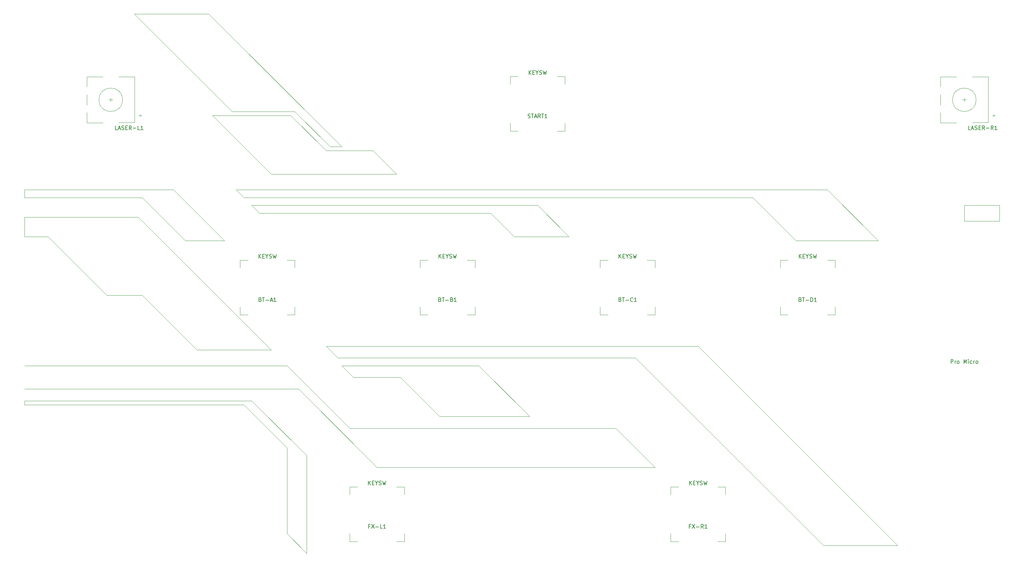
<source format=gbr>
%TF.GenerationSoftware,KiCad,Pcbnew,(5.1.9)-1*%
%TF.CreationDate,2021-02-02T18:21:00+08:00*%
%TF.ProjectId,Overdrive,4f766572-6472-4697-9665-2e6b69636164,rev?*%
%TF.SameCoordinates,Original*%
%TF.FileFunction,Legend,Top*%
%TF.FilePolarity,Positive*%
%FSLAX46Y46*%
G04 Gerber Fmt 4.6, Leading zero omitted, Abs format (unit mm)*
G04 Created by KiCad (PCBNEW (5.1.9)-1) date 2021-02-02 18:21:00*
%MOMM*%
%LPD*%
G01*
G04 APERTURE LIST*
%ADD10C,0.120000*%
%ADD11C,0.150000*%
G04 APERTURE END LIST*
D10*
X69000000Y-25000000D02*
X53000000Y-25000000D01*
X78000000Y-34000000D02*
X69000000Y-25000000D01*
X81000000Y-34000000D02*
X78000000Y-34000000D01*
X47000000Y0D02*
X81000000Y-34000000D01*
X28000000Y0D02*
X47000000Y0D01*
X53000000Y-25000000D02*
X28000000Y0D01*
X68000000Y-26000000D02*
X48000000Y-26000000D01*
X77000000Y-35000000D02*
X68000000Y-26000000D01*
X89000000Y-35000000D02*
X77000000Y-35000000D01*
X95000000Y-41000000D02*
X89000000Y-35000000D01*
X63000000Y-41000000D02*
X95000000Y-41000000D01*
X48000000Y-26000000D02*
X63000000Y-41000000D01*
X60000000Y-51000000D02*
X58000000Y-49000000D01*
X61000000Y-51000000D02*
X60000000Y-51000000D01*
X119000000Y-51000000D02*
X61000000Y-51000000D01*
X125000000Y-57000000D02*
X119000000Y-51000000D01*
X139000000Y-57000000D02*
X125000000Y-57000000D01*
X131000000Y-49000000D02*
X139000000Y-57000000D01*
X58000000Y-49000000D02*
X131000000Y-49000000D01*
X56000000Y-47000000D02*
X54000000Y-45000000D01*
X186000000Y-47000000D02*
X56000000Y-47000000D01*
X197000000Y-58000000D02*
X186000000Y-47000000D01*
X218000000Y-58000000D02*
X197000000Y-58000000D01*
X205000000Y-45000000D02*
X218000000Y-58000000D01*
X197000000Y-45000000D02*
X205000000Y-45000000D01*
X54000000Y-45000000D02*
X197000000Y-45000000D01*
X84000000Y-93000000D02*
X81000000Y-90000000D01*
X85000000Y-93000000D02*
X84000000Y-93000000D01*
X96000000Y-93000000D02*
X85000000Y-93000000D01*
X106000000Y-103000000D02*
X96000000Y-93000000D01*
X120000000Y-103000000D02*
X106000000Y-103000000D01*
X129000000Y-103000000D02*
X120000000Y-103000000D01*
X116000000Y-90000000D02*
X129000000Y-103000000D01*
X81000000Y-90000000D02*
X116000000Y-90000000D01*
X80000000Y-88000000D02*
X77000000Y-85000000D01*
X85000000Y-88000000D02*
X80000000Y-88000000D01*
X156000000Y-88000000D02*
X85000000Y-88000000D01*
X204000000Y-136000000D02*
X156000000Y-88000000D01*
X223000000Y-136000000D02*
X204000000Y-136000000D01*
X172000000Y-85000000D02*
X223000000Y-136000000D01*
X77000000Y-85000000D02*
X172000000Y-85000000D01*
X0Y-57000000D02*
X0Y-52000000D01*
X6000000Y-57000000D02*
X0Y-57000000D01*
X21000000Y-72000000D02*
X6000000Y-57000000D01*
X30000000Y-72000000D02*
X21000000Y-72000000D01*
X44000000Y-86000000D02*
X30000000Y-72000000D01*
X63000000Y-86000000D02*
X44000000Y-86000000D01*
X29000000Y-52000000D02*
X63000000Y-86000000D01*
X0Y-52000000D02*
X29000000Y-52000000D01*
X0Y-47000000D02*
X0Y-45000000D01*
X30000000Y-47000000D02*
X0Y-47000000D01*
X41000000Y-58000000D02*
X30000000Y-47000000D01*
X51000000Y-58000000D02*
X41000000Y-58000000D01*
X38000000Y-45000000D02*
X51000000Y-58000000D01*
X0Y-45000000D02*
X38000000Y-45000000D01*
X0Y-100000000D02*
X0Y-99000000D01*
X56000000Y-100000000D02*
X0Y-100000000D01*
X67000000Y-111000000D02*
X56000000Y-100000000D01*
X67000000Y-133000000D02*
X67000000Y-111000000D01*
X72000000Y-138000000D02*
X67000000Y-133000000D01*
X72000000Y-113000000D02*
X72000000Y-138000000D01*
X58000000Y-99000000D02*
X72000000Y-113000000D01*
X0Y-99000000D02*
X58000000Y-99000000D01*
X151000000Y-106000000D02*
X140000000Y-106000000D01*
X161000000Y-116000000D02*
X151000000Y-106000000D01*
X90000000Y-116000000D02*
X161000000Y-116000000D01*
X70000000Y-96000000D02*
X90000000Y-116000000D01*
X0Y-96000000D02*
X70000000Y-96000000D01*
X83000000Y-106000000D02*
X140000000Y-106000000D01*
X67000000Y-90000000D02*
X83000000Y-106000000D01*
X0Y-90000000D02*
X67000000Y-90000000D01*
D11*
X236595238Y-89452380D02*
X236595238Y-88452380D01*
X236976190Y-88452380D01*
X237071428Y-88500000D01*
X237119047Y-88547619D01*
X237166666Y-88642857D01*
X237166666Y-88785714D01*
X237119047Y-88880952D01*
X237071428Y-88928571D01*
X236976190Y-88976190D01*
X236595238Y-88976190D01*
X237595238Y-89452380D02*
X237595238Y-88785714D01*
X237595238Y-88976190D02*
X237642857Y-88880952D01*
X237690476Y-88833333D01*
X237785714Y-88785714D01*
X237880952Y-88785714D01*
X238357142Y-89452380D02*
X238261904Y-89404761D01*
X238214285Y-89357142D01*
X238166666Y-89261904D01*
X238166666Y-88976190D01*
X238214285Y-88880952D01*
X238261904Y-88833333D01*
X238357142Y-88785714D01*
X238500000Y-88785714D01*
X238595238Y-88833333D01*
X238642857Y-88880952D01*
X238690476Y-88976190D01*
X238690476Y-89261904D01*
X238642857Y-89357142D01*
X238595238Y-89404761D01*
X238500000Y-89452380D01*
X238357142Y-89452380D01*
X239880952Y-89452380D02*
X239880952Y-88452380D01*
X240214285Y-89166666D01*
X240547619Y-88452380D01*
X240547619Y-89452380D01*
X241023809Y-89452380D02*
X241023809Y-88785714D01*
X241023809Y-88452380D02*
X240976190Y-88500000D01*
X241023809Y-88547619D01*
X241071428Y-88500000D01*
X241023809Y-88452380D01*
X241023809Y-88547619D01*
X241928571Y-89404761D02*
X241833333Y-89452380D01*
X241642857Y-89452380D01*
X241547619Y-89404761D01*
X241500000Y-89357142D01*
X241452380Y-89261904D01*
X241452380Y-88976190D01*
X241500000Y-88880952D01*
X241547619Y-88833333D01*
X241642857Y-88785714D01*
X241833333Y-88785714D01*
X241928571Y-88833333D01*
X242357142Y-89452380D02*
X242357142Y-88785714D01*
X242357142Y-88976190D02*
X242404761Y-88880952D01*
X242452380Y-88833333D01*
X242547619Y-88785714D01*
X242642857Y-88785714D01*
X243119047Y-89452380D02*
X243023809Y-89404761D01*
X242976190Y-89357142D01*
X242928571Y-89261904D01*
X242928571Y-88976190D01*
X242976190Y-88880952D01*
X243023809Y-88833333D01*
X243119047Y-88785714D01*
X243261904Y-88785714D01*
X243357142Y-88833333D01*
X243404761Y-88880952D01*
X243452380Y-88976190D01*
X243452380Y-89261904D01*
X243404761Y-89357142D01*
X243357142Y-89404761D01*
X243261904Y-89452380D01*
X243119047Y-89452380D01*
D10*
X240000000Y-49000000D02*
X240000000Y-53000000D01*
X249000000Y-49000000D02*
X240000000Y-49000000D01*
X249000000Y-53000000D02*
X249000000Y-49000000D01*
X240000000Y-53000000D02*
X249000000Y-53000000D01*
X138000000Y-16000000D02*
X136000000Y-16000000D01*
X138000000Y-18000000D02*
X138000000Y-16000000D01*
X138000000Y-30000000D02*
X138000000Y-28000000D01*
X136000000Y-30000000D02*
X138000000Y-30000000D01*
X124000000Y-30000000D02*
X126000000Y-30000000D01*
X124000000Y-28000000D02*
X124000000Y-30000000D01*
X124000000Y-16000000D02*
X124000000Y-18000000D01*
X126000000Y-16000000D02*
X124000000Y-16000000D01*
X179000000Y-121000000D02*
X177000000Y-121000000D01*
X179000000Y-123000000D02*
X179000000Y-121000000D01*
X179000000Y-135000000D02*
X179000000Y-133000000D01*
X177000000Y-135000000D02*
X179000000Y-135000000D01*
X165000000Y-135000000D02*
X167000000Y-135000000D01*
X165000000Y-133000000D02*
X165000000Y-135000000D01*
X165000000Y-121000000D02*
X167000000Y-121000000D01*
X165000000Y-123000000D02*
X165000000Y-121000000D01*
X83000000Y-135000000D02*
X83000000Y-133000000D01*
X85000000Y-135000000D02*
X83000000Y-135000000D01*
X97000000Y-135000000D02*
X95000000Y-135000000D01*
X97000000Y-133000000D02*
X97000000Y-135000000D01*
X97000000Y-121000000D02*
X97000000Y-123000000D01*
X95000000Y-121000000D02*
X97000000Y-121000000D01*
X83000000Y-121000000D02*
X85000000Y-121000000D01*
X83000000Y-123000000D02*
X83000000Y-121000000D01*
X207000000Y-63000000D02*
X205000000Y-63000000D01*
X207000000Y-65000000D02*
X207000000Y-63000000D01*
X207000000Y-77000000D02*
X207000000Y-75000000D01*
X205000000Y-77000000D02*
X207000000Y-77000000D01*
X193000000Y-77000000D02*
X195000000Y-77000000D01*
X193000000Y-75000000D02*
X193000000Y-77000000D01*
X193000000Y-63000000D02*
X193000000Y-65000000D01*
X195000000Y-63000000D02*
X193000000Y-63000000D01*
X161000000Y-63000000D02*
X159000000Y-63000000D01*
X161000000Y-65000000D02*
X161000000Y-63000000D01*
X161000000Y-77000000D02*
X161000000Y-75000000D01*
X159000000Y-77000000D02*
X161000000Y-77000000D01*
X147000000Y-77000000D02*
X149000000Y-77000000D01*
X147000000Y-75000000D02*
X147000000Y-77000000D01*
X147000000Y-63000000D02*
X147000000Y-65000000D01*
X149000000Y-63000000D02*
X147000000Y-63000000D01*
X115000000Y-77000000D02*
X115000000Y-75000000D01*
X113000000Y-77000000D02*
X115000000Y-77000000D01*
X101000000Y-77000000D02*
X103000000Y-77000000D01*
X101000000Y-75000000D02*
X101000000Y-77000000D01*
X115000000Y-63000000D02*
X115000000Y-65000000D01*
X113000000Y-63000000D02*
X115000000Y-63000000D01*
X101000000Y-63000000D02*
X103000000Y-63000000D01*
X101000000Y-65000000D02*
X101000000Y-63000000D01*
X55000000Y-77000000D02*
X57000000Y-77000000D01*
X55000000Y-75000000D02*
X55000000Y-77000000D01*
X69000000Y-77000000D02*
X67000000Y-77000000D01*
X69000000Y-75000000D02*
X69000000Y-77000000D01*
X69000000Y-63000000D02*
X69000000Y-65000000D01*
X67000000Y-63000000D02*
X69000000Y-63000000D01*
X55000000Y-63000000D02*
X57000000Y-63000000D01*
X55000000Y-65000000D02*
X55000000Y-63000000D01*
%TO.C,LASER-R1*%
X243000000Y-22000000D02*
G75*
G03*
X243000000Y-22000000I-3000000J0D01*
G01*
X238000000Y-27900000D02*
X233900000Y-27900000D01*
X233900000Y-16100000D02*
X238000000Y-16100000D01*
X242000000Y-16100000D02*
X246100000Y-16100000D01*
X242000000Y-27800000D02*
X246100000Y-27800000D01*
X246100000Y-27800000D02*
X246100000Y-16100000D01*
X247500000Y-25800000D02*
X247800000Y-26100000D01*
X247800000Y-26100000D02*
X247200000Y-26100000D01*
X247200000Y-26100000D02*
X247500000Y-25800000D01*
X233900000Y-27900000D02*
X233900000Y-25300000D01*
X233900000Y-23300000D02*
X233900000Y-20700000D01*
X233900000Y-18700000D02*
X233900000Y-16100000D01*
X240000000Y-22500000D02*
X240000000Y-21500000D01*
X240500000Y-22000000D02*
X239500000Y-22000000D01*
%TO.C,LASER-L1*%
X25000000Y-22000000D02*
G75*
G03*
X25000000Y-22000000I-3000000J0D01*
G01*
X20000000Y-27900000D02*
X15900000Y-27900000D01*
X15900000Y-16100000D02*
X20000000Y-16100000D01*
X24000000Y-16100000D02*
X28100000Y-16100000D01*
X24000000Y-27800000D02*
X28100000Y-27800000D01*
X28100000Y-27800000D02*
X28100000Y-16100000D01*
X29500000Y-25800000D02*
X29800000Y-26100000D01*
X29800000Y-26100000D02*
X29200000Y-26100000D01*
X29200000Y-26100000D02*
X29500000Y-25800000D01*
X15900000Y-27900000D02*
X15900000Y-25300000D01*
X15900000Y-23300000D02*
X15900000Y-20700000D01*
X15900000Y-18700000D02*
X15900000Y-16100000D01*
X22000000Y-22500000D02*
X22000000Y-21500000D01*
X22500000Y-22000000D02*
X21500000Y-22000000D01*
%TD*%
%TO.C,START1*%
D11*
X128547619Y-26579761D02*
X128690476Y-26627380D01*
X128928571Y-26627380D01*
X129023809Y-26579761D01*
X129071428Y-26532142D01*
X129119047Y-26436904D01*
X129119047Y-26341666D01*
X129071428Y-26246428D01*
X129023809Y-26198809D01*
X128928571Y-26151190D01*
X128738095Y-26103571D01*
X128642857Y-26055952D01*
X128595238Y-26008333D01*
X128547619Y-25913095D01*
X128547619Y-25817857D01*
X128595238Y-25722619D01*
X128642857Y-25675000D01*
X128738095Y-25627380D01*
X128976190Y-25627380D01*
X129119047Y-25675000D01*
X129404761Y-25627380D02*
X129976190Y-25627380D01*
X129690476Y-26627380D02*
X129690476Y-25627380D01*
X130261904Y-26341666D02*
X130738095Y-26341666D01*
X130166666Y-26627380D02*
X130500000Y-25627380D01*
X130833333Y-26627380D01*
X131738095Y-26627380D02*
X131404761Y-26151190D01*
X131166666Y-26627380D02*
X131166666Y-25627380D01*
X131547619Y-25627380D01*
X131642857Y-25675000D01*
X131690476Y-25722619D01*
X131738095Y-25817857D01*
X131738095Y-25960714D01*
X131690476Y-26055952D01*
X131642857Y-26103571D01*
X131547619Y-26151190D01*
X131166666Y-26151190D01*
X132023809Y-25627380D02*
X132595238Y-25627380D01*
X132309523Y-26627380D02*
X132309523Y-25627380D01*
X133452380Y-26627380D02*
X132880952Y-26627380D01*
X133166666Y-26627380D02*
X133166666Y-25627380D01*
X133071428Y-25770238D01*
X132976190Y-25865476D01*
X132880952Y-25913095D01*
X128809523Y-15514880D02*
X128809523Y-14514880D01*
X129380952Y-15514880D02*
X128952380Y-14943452D01*
X129380952Y-14514880D02*
X128809523Y-15086309D01*
X129809523Y-14991071D02*
X130142857Y-14991071D01*
X130285714Y-15514880D02*
X129809523Y-15514880D01*
X129809523Y-14514880D01*
X130285714Y-14514880D01*
X130904761Y-15038690D02*
X130904761Y-15514880D01*
X130571428Y-14514880D02*
X130904761Y-15038690D01*
X131238095Y-14514880D01*
X131523809Y-15467261D02*
X131666666Y-15514880D01*
X131904761Y-15514880D01*
X132000000Y-15467261D01*
X132047619Y-15419642D01*
X132095238Y-15324404D01*
X132095238Y-15229166D01*
X132047619Y-15133928D01*
X132000000Y-15086309D01*
X131904761Y-15038690D01*
X131714285Y-14991071D01*
X131619047Y-14943452D01*
X131571428Y-14895833D01*
X131523809Y-14800595D01*
X131523809Y-14705357D01*
X131571428Y-14610119D01*
X131619047Y-14562500D01*
X131714285Y-14514880D01*
X131952380Y-14514880D01*
X132095238Y-14562500D01*
X132428571Y-14514880D02*
X132666666Y-15514880D01*
X132857142Y-14800595D01*
X133047619Y-15514880D01*
X133285714Y-14514880D01*
%TO.C,FX-R1*%
X170071428Y-131103571D02*
X169738095Y-131103571D01*
X169738095Y-131627380D02*
X169738095Y-130627380D01*
X170214285Y-130627380D01*
X170500000Y-130627380D02*
X171166666Y-131627380D01*
X171166666Y-130627380D02*
X170500000Y-131627380D01*
X171547619Y-131246428D02*
X172309523Y-131246428D01*
X173357142Y-131627380D02*
X173023809Y-131151190D01*
X172785714Y-131627380D02*
X172785714Y-130627380D01*
X173166666Y-130627380D01*
X173261904Y-130675000D01*
X173309523Y-130722619D01*
X173357142Y-130817857D01*
X173357142Y-130960714D01*
X173309523Y-131055952D01*
X173261904Y-131103571D01*
X173166666Y-131151190D01*
X172785714Y-131151190D01*
X174309523Y-131627380D02*
X173738095Y-131627380D01*
X174023809Y-131627380D02*
X174023809Y-130627380D01*
X173928571Y-130770238D01*
X173833333Y-130865476D01*
X173738095Y-130913095D01*
X169809523Y-120514880D02*
X169809523Y-119514880D01*
X170380952Y-120514880D02*
X169952380Y-119943452D01*
X170380952Y-119514880D02*
X169809523Y-120086309D01*
X170809523Y-119991071D02*
X171142857Y-119991071D01*
X171285714Y-120514880D02*
X170809523Y-120514880D01*
X170809523Y-119514880D01*
X171285714Y-119514880D01*
X171904761Y-120038690D02*
X171904761Y-120514880D01*
X171571428Y-119514880D02*
X171904761Y-120038690D01*
X172238095Y-119514880D01*
X172523809Y-120467261D02*
X172666666Y-120514880D01*
X172904761Y-120514880D01*
X173000000Y-120467261D01*
X173047619Y-120419642D01*
X173095238Y-120324404D01*
X173095238Y-120229166D01*
X173047619Y-120133928D01*
X173000000Y-120086309D01*
X172904761Y-120038690D01*
X172714285Y-119991071D01*
X172619047Y-119943452D01*
X172571428Y-119895833D01*
X172523809Y-119800595D01*
X172523809Y-119705357D01*
X172571428Y-119610119D01*
X172619047Y-119562500D01*
X172714285Y-119514880D01*
X172952380Y-119514880D01*
X173095238Y-119562500D01*
X173428571Y-119514880D02*
X173666666Y-120514880D01*
X173857142Y-119800595D01*
X174047619Y-120514880D01*
X174285714Y-119514880D01*
%TO.C,FX-L1*%
X88166666Y-131103571D02*
X87833333Y-131103571D01*
X87833333Y-131627380D02*
X87833333Y-130627380D01*
X88309523Y-130627380D01*
X88595238Y-130627380D02*
X89261904Y-131627380D01*
X89261904Y-130627380D02*
X88595238Y-131627380D01*
X89642857Y-131246428D02*
X90404761Y-131246428D01*
X91357142Y-131627380D02*
X90880952Y-131627380D01*
X90880952Y-130627380D01*
X92214285Y-131627380D02*
X91642857Y-131627380D01*
X91928571Y-131627380D02*
X91928571Y-130627380D01*
X91833333Y-130770238D01*
X91738095Y-130865476D01*
X91642857Y-130913095D01*
X87809523Y-120514880D02*
X87809523Y-119514880D01*
X88380952Y-120514880D02*
X87952380Y-119943452D01*
X88380952Y-119514880D02*
X87809523Y-120086309D01*
X88809523Y-119991071D02*
X89142857Y-119991071D01*
X89285714Y-120514880D02*
X88809523Y-120514880D01*
X88809523Y-119514880D01*
X89285714Y-119514880D01*
X89904761Y-120038690D02*
X89904761Y-120514880D01*
X89571428Y-119514880D02*
X89904761Y-120038690D01*
X90238095Y-119514880D01*
X90523809Y-120467261D02*
X90666666Y-120514880D01*
X90904761Y-120514880D01*
X91000000Y-120467261D01*
X91047619Y-120419642D01*
X91095238Y-120324404D01*
X91095238Y-120229166D01*
X91047619Y-120133928D01*
X91000000Y-120086309D01*
X90904761Y-120038690D01*
X90714285Y-119991071D01*
X90619047Y-119943452D01*
X90571428Y-119895833D01*
X90523809Y-119800595D01*
X90523809Y-119705357D01*
X90571428Y-119610119D01*
X90619047Y-119562500D01*
X90714285Y-119514880D01*
X90952380Y-119514880D01*
X91095238Y-119562500D01*
X91428571Y-119514880D02*
X91666666Y-120514880D01*
X91857142Y-119800595D01*
X92047619Y-120514880D01*
X92285714Y-119514880D01*
%TO.C,BT-D1*%
X198095238Y-73103571D02*
X198238095Y-73151190D01*
X198285714Y-73198809D01*
X198333333Y-73294047D01*
X198333333Y-73436904D01*
X198285714Y-73532142D01*
X198238095Y-73579761D01*
X198142857Y-73627380D01*
X197761904Y-73627380D01*
X197761904Y-72627380D01*
X198095238Y-72627380D01*
X198190476Y-72675000D01*
X198238095Y-72722619D01*
X198285714Y-72817857D01*
X198285714Y-72913095D01*
X198238095Y-73008333D01*
X198190476Y-73055952D01*
X198095238Y-73103571D01*
X197761904Y-73103571D01*
X198619047Y-72627380D02*
X199190476Y-72627380D01*
X198904761Y-73627380D02*
X198904761Y-72627380D01*
X199523809Y-73246428D02*
X200285714Y-73246428D01*
X200761904Y-73627380D02*
X200761904Y-72627380D01*
X201000000Y-72627380D01*
X201142857Y-72675000D01*
X201238095Y-72770238D01*
X201285714Y-72865476D01*
X201333333Y-73055952D01*
X201333333Y-73198809D01*
X201285714Y-73389285D01*
X201238095Y-73484523D01*
X201142857Y-73579761D01*
X201000000Y-73627380D01*
X200761904Y-73627380D01*
X202285714Y-73627380D02*
X201714285Y-73627380D01*
X202000000Y-73627380D02*
X202000000Y-72627380D01*
X201904761Y-72770238D01*
X201809523Y-72865476D01*
X201714285Y-72913095D01*
X197809523Y-62514880D02*
X197809523Y-61514880D01*
X198380952Y-62514880D02*
X197952380Y-61943452D01*
X198380952Y-61514880D02*
X197809523Y-62086309D01*
X198809523Y-61991071D02*
X199142857Y-61991071D01*
X199285714Y-62514880D02*
X198809523Y-62514880D01*
X198809523Y-61514880D01*
X199285714Y-61514880D01*
X199904761Y-62038690D02*
X199904761Y-62514880D01*
X199571428Y-61514880D02*
X199904761Y-62038690D01*
X200238095Y-61514880D01*
X200523809Y-62467261D02*
X200666666Y-62514880D01*
X200904761Y-62514880D01*
X201000000Y-62467261D01*
X201047619Y-62419642D01*
X201095238Y-62324404D01*
X201095238Y-62229166D01*
X201047619Y-62133928D01*
X201000000Y-62086309D01*
X200904761Y-62038690D01*
X200714285Y-61991071D01*
X200619047Y-61943452D01*
X200571428Y-61895833D01*
X200523809Y-61800595D01*
X200523809Y-61705357D01*
X200571428Y-61610119D01*
X200619047Y-61562500D01*
X200714285Y-61514880D01*
X200952380Y-61514880D01*
X201095238Y-61562500D01*
X201428571Y-61514880D02*
X201666666Y-62514880D01*
X201857142Y-61800595D01*
X202047619Y-62514880D01*
X202285714Y-61514880D01*
%TO.C,BT-C1*%
X152095238Y-73103571D02*
X152238095Y-73151190D01*
X152285714Y-73198809D01*
X152333333Y-73294047D01*
X152333333Y-73436904D01*
X152285714Y-73532142D01*
X152238095Y-73579761D01*
X152142857Y-73627380D01*
X151761904Y-73627380D01*
X151761904Y-72627380D01*
X152095238Y-72627380D01*
X152190476Y-72675000D01*
X152238095Y-72722619D01*
X152285714Y-72817857D01*
X152285714Y-72913095D01*
X152238095Y-73008333D01*
X152190476Y-73055952D01*
X152095238Y-73103571D01*
X151761904Y-73103571D01*
X152619047Y-72627380D02*
X153190476Y-72627380D01*
X152904761Y-73627380D02*
X152904761Y-72627380D01*
X153523809Y-73246428D02*
X154285714Y-73246428D01*
X155333333Y-73532142D02*
X155285714Y-73579761D01*
X155142857Y-73627380D01*
X155047619Y-73627380D01*
X154904761Y-73579761D01*
X154809523Y-73484523D01*
X154761904Y-73389285D01*
X154714285Y-73198809D01*
X154714285Y-73055952D01*
X154761904Y-72865476D01*
X154809523Y-72770238D01*
X154904761Y-72675000D01*
X155047619Y-72627380D01*
X155142857Y-72627380D01*
X155285714Y-72675000D01*
X155333333Y-72722619D01*
X156285714Y-73627380D02*
X155714285Y-73627380D01*
X156000000Y-73627380D02*
X156000000Y-72627380D01*
X155904761Y-72770238D01*
X155809523Y-72865476D01*
X155714285Y-72913095D01*
X151809523Y-62514880D02*
X151809523Y-61514880D01*
X152380952Y-62514880D02*
X151952380Y-61943452D01*
X152380952Y-61514880D02*
X151809523Y-62086309D01*
X152809523Y-61991071D02*
X153142857Y-61991071D01*
X153285714Y-62514880D02*
X152809523Y-62514880D01*
X152809523Y-61514880D01*
X153285714Y-61514880D01*
X153904761Y-62038690D02*
X153904761Y-62514880D01*
X153571428Y-61514880D02*
X153904761Y-62038690D01*
X154238095Y-61514880D01*
X154523809Y-62467261D02*
X154666666Y-62514880D01*
X154904761Y-62514880D01*
X155000000Y-62467261D01*
X155047619Y-62419642D01*
X155095238Y-62324404D01*
X155095238Y-62229166D01*
X155047619Y-62133928D01*
X155000000Y-62086309D01*
X154904761Y-62038690D01*
X154714285Y-61991071D01*
X154619047Y-61943452D01*
X154571428Y-61895833D01*
X154523809Y-61800595D01*
X154523809Y-61705357D01*
X154571428Y-61610119D01*
X154619047Y-61562500D01*
X154714285Y-61514880D01*
X154952380Y-61514880D01*
X155095238Y-61562500D01*
X155428571Y-61514880D02*
X155666666Y-62514880D01*
X155857142Y-61800595D01*
X156047619Y-62514880D01*
X156285714Y-61514880D01*
%TO.C,BT-B1*%
X106095238Y-73103571D02*
X106238095Y-73151190D01*
X106285714Y-73198809D01*
X106333333Y-73294047D01*
X106333333Y-73436904D01*
X106285714Y-73532142D01*
X106238095Y-73579761D01*
X106142857Y-73627380D01*
X105761904Y-73627380D01*
X105761904Y-72627380D01*
X106095238Y-72627380D01*
X106190476Y-72675000D01*
X106238095Y-72722619D01*
X106285714Y-72817857D01*
X106285714Y-72913095D01*
X106238095Y-73008333D01*
X106190476Y-73055952D01*
X106095238Y-73103571D01*
X105761904Y-73103571D01*
X106619047Y-72627380D02*
X107190476Y-72627380D01*
X106904761Y-73627380D02*
X106904761Y-72627380D01*
X107523809Y-73246428D02*
X108285714Y-73246428D01*
X109095238Y-73103571D02*
X109238095Y-73151190D01*
X109285714Y-73198809D01*
X109333333Y-73294047D01*
X109333333Y-73436904D01*
X109285714Y-73532142D01*
X109238095Y-73579761D01*
X109142857Y-73627380D01*
X108761904Y-73627380D01*
X108761904Y-72627380D01*
X109095238Y-72627380D01*
X109190476Y-72675000D01*
X109238095Y-72722619D01*
X109285714Y-72817857D01*
X109285714Y-72913095D01*
X109238095Y-73008333D01*
X109190476Y-73055952D01*
X109095238Y-73103571D01*
X108761904Y-73103571D01*
X110285714Y-73627380D02*
X109714285Y-73627380D01*
X110000000Y-73627380D02*
X110000000Y-72627380D01*
X109904761Y-72770238D01*
X109809523Y-72865476D01*
X109714285Y-72913095D01*
X105809523Y-62514880D02*
X105809523Y-61514880D01*
X106380952Y-62514880D02*
X105952380Y-61943452D01*
X106380952Y-61514880D02*
X105809523Y-62086309D01*
X106809523Y-61991071D02*
X107142857Y-61991071D01*
X107285714Y-62514880D02*
X106809523Y-62514880D01*
X106809523Y-61514880D01*
X107285714Y-61514880D01*
X107904761Y-62038690D02*
X107904761Y-62514880D01*
X107571428Y-61514880D02*
X107904761Y-62038690D01*
X108238095Y-61514880D01*
X108523809Y-62467261D02*
X108666666Y-62514880D01*
X108904761Y-62514880D01*
X109000000Y-62467261D01*
X109047619Y-62419642D01*
X109095238Y-62324404D01*
X109095238Y-62229166D01*
X109047619Y-62133928D01*
X109000000Y-62086309D01*
X108904761Y-62038690D01*
X108714285Y-61991071D01*
X108619047Y-61943452D01*
X108571428Y-61895833D01*
X108523809Y-61800595D01*
X108523809Y-61705357D01*
X108571428Y-61610119D01*
X108619047Y-61562500D01*
X108714285Y-61514880D01*
X108952380Y-61514880D01*
X109095238Y-61562500D01*
X109428571Y-61514880D02*
X109666666Y-62514880D01*
X109857142Y-61800595D01*
X110047619Y-62514880D01*
X110285714Y-61514880D01*
%TO.C,BT-A1*%
X60166666Y-73103571D02*
X60309523Y-73151190D01*
X60357142Y-73198809D01*
X60404761Y-73294047D01*
X60404761Y-73436904D01*
X60357142Y-73532142D01*
X60309523Y-73579761D01*
X60214285Y-73627380D01*
X59833333Y-73627380D01*
X59833333Y-72627380D01*
X60166666Y-72627380D01*
X60261904Y-72675000D01*
X60309523Y-72722619D01*
X60357142Y-72817857D01*
X60357142Y-72913095D01*
X60309523Y-73008333D01*
X60261904Y-73055952D01*
X60166666Y-73103571D01*
X59833333Y-73103571D01*
X60690476Y-72627380D02*
X61261904Y-72627380D01*
X60976190Y-73627380D02*
X60976190Y-72627380D01*
X61595238Y-73246428D02*
X62357142Y-73246428D01*
X62785714Y-73341666D02*
X63261904Y-73341666D01*
X62690476Y-73627380D02*
X63023809Y-72627380D01*
X63357142Y-73627380D01*
X64214285Y-73627380D02*
X63642857Y-73627380D01*
X63928571Y-73627380D02*
X63928571Y-72627380D01*
X63833333Y-72770238D01*
X63738095Y-72865476D01*
X63642857Y-72913095D01*
X59809523Y-62514880D02*
X59809523Y-61514880D01*
X60380952Y-62514880D02*
X59952380Y-61943452D01*
X60380952Y-61514880D02*
X59809523Y-62086309D01*
X60809523Y-61991071D02*
X61142857Y-61991071D01*
X61285714Y-62514880D02*
X60809523Y-62514880D01*
X60809523Y-61514880D01*
X61285714Y-61514880D01*
X61904761Y-62038690D02*
X61904761Y-62514880D01*
X61571428Y-61514880D02*
X61904761Y-62038690D01*
X62238095Y-61514880D01*
X62523809Y-62467261D02*
X62666666Y-62514880D01*
X62904761Y-62514880D01*
X63000000Y-62467261D01*
X63047619Y-62419642D01*
X63095238Y-62324404D01*
X63095238Y-62229166D01*
X63047619Y-62133928D01*
X63000000Y-62086309D01*
X62904761Y-62038690D01*
X62714285Y-61991071D01*
X62619047Y-61943452D01*
X62571428Y-61895833D01*
X62523809Y-61800595D01*
X62523809Y-61705357D01*
X62571428Y-61610119D01*
X62619047Y-61562500D01*
X62714285Y-61514880D01*
X62952380Y-61514880D01*
X63095238Y-61562500D01*
X63428571Y-61514880D02*
X63666666Y-62514880D01*
X63857142Y-61800595D01*
X64047619Y-62514880D01*
X64285714Y-61514880D01*
%TO.C,LASER-R1*%
X241557142Y-29652380D02*
X241080952Y-29652380D01*
X241080952Y-28652380D01*
X241842857Y-29366666D02*
X242319047Y-29366666D01*
X241747619Y-29652380D02*
X242080952Y-28652380D01*
X242414285Y-29652380D01*
X242700000Y-29604761D02*
X242842857Y-29652380D01*
X243080952Y-29652380D01*
X243176190Y-29604761D01*
X243223809Y-29557142D01*
X243271428Y-29461904D01*
X243271428Y-29366666D01*
X243223809Y-29271428D01*
X243176190Y-29223809D01*
X243080952Y-29176190D01*
X242890476Y-29128571D01*
X242795238Y-29080952D01*
X242747619Y-29033333D01*
X242700000Y-28938095D01*
X242700000Y-28842857D01*
X242747619Y-28747619D01*
X242795238Y-28700000D01*
X242890476Y-28652380D01*
X243128571Y-28652380D01*
X243271428Y-28700000D01*
X243700000Y-29128571D02*
X244033333Y-29128571D01*
X244176190Y-29652380D02*
X243700000Y-29652380D01*
X243700000Y-28652380D01*
X244176190Y-28652380D01*
X245176190Y-29652380D02*
X244842857Y-29176190D01*
X244604761Y-29652380D02*
X244604761Y-28652380D01*
X244985714Y-28652380D01*
X245080952Y-28700000D01*
X245128571Y-28747619D01*
X245176190Y-28842857D01*
X245176190Y-28985714D01*
X245128571Y-29080952D01*
X245080952Y-29128571D01*
X244985714Y-29176190D01*
X244604761Y-29176190D01*
X245604761Y-29271428D02*
X246366666Y-29271428D01*
X247414285Y-29652380D02*
X247080952Y-29176190D01*
X246842857Y-29652380D02*
X246842857Y-28652380D01*
X247223809Y-28652380D01*
X247319047Y-28700000D01*
X247366666Y-28747619D01*
X247414285Y-28842857D01*
X247414285Y-28985714D01*
X247366666Y-29080952D01*
X247319047Y-29128571D01*
X247223809Y-29176190D01*
X246842857Y-29176190D01*
X248366666Y-29652380D02*
X247795238Y-29652380D01*
X248080952Y-29652380D02*
X248080952Y-28652380D01*
X247985714Y-28795238D01*
X247890476Y-28890476D01*
X247795238Y-28938095D01*
%TO.C,LASER-L1*%
X23652380Y-29652380D02*
X23176190Y-29652380D01*
X23176190Y-28652380D01*
X23938095Y-29366666D02*
X24414285Y-29366666D01*
X23842857Y-29652380D02*
X24176190Y-28652380D01*
X24509523Y-29652380D01*
X24795238Y-29604761D02*
X24938095Y-29652380D01*
X25176190Y-29652380D01*
X25271428Y-29604761D01*
X25319047Y-29557142D01*
X25366666Y-29461904D01*
X25366666Y-29366666D01*
X25319047Y-29271428D01*
X25271428Y-29223809D01*
X25176190Y-29176190D01*
X24985714Y-29128571D01*
X24890476Y-29080952D01*
X24842857Y-29033333D01*
X24795238Y-28938095D01*
X24795238Y-28842857D01*
X24842857Y-28747619D01*
X24890476Y-28700000D01*
X24985714Y-28652380D01*
X25223809Y-28652380D01*
X25366666Y-28700000D01*
X25795238Y-29128571D02*
X26128571Y-29128571D01*
X26271428Y-29652380D02*
X25795238Y-29652380D01*
X25795238Y-28652380D01*
X26271428Y-28652380D01*
X27271428Y-29652380D02*
X26938095Y-29176190D01*
X26700000Y-29652380D02*
X26700000Y-28652380D01*
X27080952Y-28652380D01*
X27176190Y-28700000D01*
X27223809Y-28747619D01*
X27271428Y-28842857D01*
X27271428Y-28985714D01*
X27223809Y-29080952D01*
X27176190Y-29128571D01*
X27080952Y-29176190D01*
X26700000Y-29176190D01*
X27700000Y-29271428D02*
X28461904Y-29271428D01*
X29414285Y-29652380D02*
X28938095Y-29652380D01*
X28938095Y-28652380D01*
X30271428Y-29652380D02*
X29700000Y-29652380D01*
X29985714Y-29652380D02*
X29985714Y-28652380D01*
X29890476Y-28795238D01*
X29795238Y-28890476D01*
X29700000Y-28938095D01*
%TD*%
M02*

</source>
